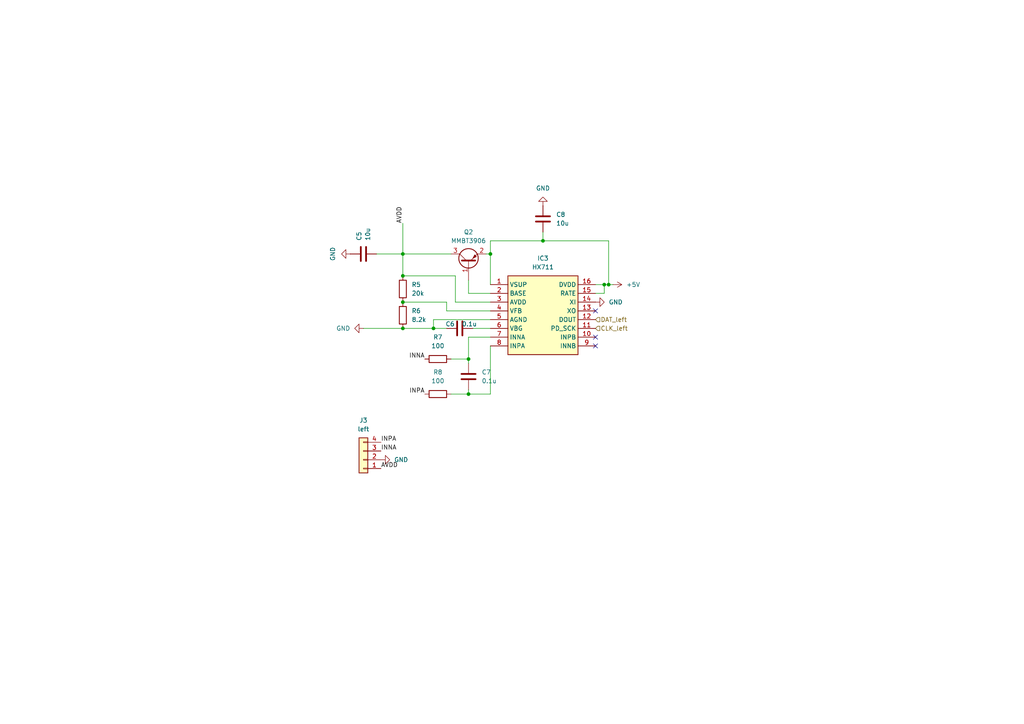
<source format=kicad_sch>
(kicad_sch (version 20231120) (generator "eeschema") (generator_version "8.0")
  (paper "A4")
  (lib_symbols
    (symbol "Connector_Generic:Conn_01x04" (pin_names (offset 1.016) hide)
      (property "Reference" "J" (at 0 5.08 0))
      (property "Value" "Conn_01x04" (at 0 -7.62 0))
      (symbol "Conn_01x04_1_1"
        (rectangle (start -1.27 -4.953) (end 0 -5.207) (stroke (width 0.1524)))
        (rectangle (start -1.27 -2.413) (end 0 -2.667) (stroke (width 0.1524)))
        (rectangle (start -1.27 0.127) (end 0 -0.127) (stroke (width 0.1524)))
        (rectangle (start -1.27 2.667) (end 0 2.413) (stroke (width 0.1524)))
        (rectangle (start -1.27 3.81) (end 1.27 -6.35) (stroke (width 0.254)) (fill (type background)))
        (pin passive line (at -5.08 2.54 0) (length 3.81) (name "Pin_1") (number "1"))
        (pin passive line (at -5.08 0 0) (length 3.81) (name "Pin_2") (number "2"))
        (pin passive line (at -5.08 -2.54 0) (length 3.81) (name "Pin_3") (number "3"))
        (pin passive line (at -5.08 -5.08 0) (length 3.81) (name "Pin_4") (number "4"))
      )
    )
    (symbol "Device:C" (pin_numbers hide) (pin_names (offset 0.254))
      (property "Reference" "C" (at 0.635 2.54 0))
      (property "Value" "C" (at 0.635 -2.54 0))
      (symbol "C_0_1"
        (polyline (pts (xy -2.032 -0.762) (xy 2.032 -0.762)) (stroke (width 0.508)))
        (polyline (pts (xy -2.032 0.762) (xy 2.032 0.762)) (stroke (width 0.508)))
      )
      (symbol "C_1_1"
        (pin passive line (at 0 3.81 270) (length 2.794) (name "~") (number "1"))
        (pin passive line (at 0 -3.81 90) (length 2.794) (name "~") (number "2"))
      )
    )
    (symbol "Device:R" (pin_numbers hide) (pin_names (offset 0))
      (property "Reference" "R" (at 2.032 0 90))
      (property "Value" "R" (at 0 0 90))
      (symbol "R_0_1"
        (rectangle (start -1.016 -2.54) (end 1.016 2.54) (stroke (width 0.254)))
      )
      (symbol "R_1_1"
        (pin passive line (at 0 3.81 270) (length 1.27) (name "~") (number "1"))
        (pin passive line (at 0 -3.81 90) (length 1.27) (name "~") (number "2"))
      )
    )
    (symbol "SamacSys_Parts:HX711"
      (property "Reference" "IC" (at 26.67 7.62 0))
      (property "Value" "HX711" (at 26.67 5.08 0))
      (symbol "HX711_1_1"
        (rectangle (start 5.08 2.54) (end 25.4 -20.32) (stroke (width 0.254)) (fill (type background)))
        (pin passive line (at 0 0 0) (length 5.08) (name "VSUP") (number "1"))
        (pin passive line (at 30.48 -15.24 180) (length 5.08) (name "INPB") (number "10"))
        (pin passive line (at 30.48 -12.7 180) (length 5.08) (name "PD_SCK") (number "11"))
        (pin passive line (at 30.48 -10.16 180) (length 5.08) (name "DOUT") (number "12"))
        (pin passive line (at 30.48 -7.62 180) (length 5.08) (name "XO") (number "13"))
        (pin passive line (at 30.48 -5.08 180) (length 5.08) (name "XI") (number "14"))
        (pin passive line (at 30.48 -2.54 180) (length 5.08) (name "RATE") (number "15"))
        (pin passive line (at 30.48 0 180) (length 5.08) (name "DVDD") (number "16"))
        (pin passive line (at 0 -2.54 0) (length 5.08) (name "BASE") (number "2"))
        (pin passive line (at 0 -5.08 0) (length 5.08) (name "AVDD") (number "3"))
        (pin passive line (at 0 -7.62 0) (length 5.08) (name "VFB") (number "4"))
        (pin passive line (at 0 -10.16 0) (length 5.08) (name "AGND") (number "5"))
        (pin passive line (at 0 -12.7 0) (length 5.08) (name "VBG") (number "6"))
        (pin passive line (at 0 -15.24 0) (length 5.08) (name "INNA") (number "7"))
        (pin passive line (at 0 -17.78 0) (length 5.08) (name "INPA") (number "8"))
        (pin passive line (at 30.48 -17.78 180) (length 5.08) (name "INNB") (number "9"))
      )
    )
    (symbol "Transistor_BJT:MMBT3906" (pin_names (offset 0) hide)
      (property "Reference" "Q" (at 5.08 1.905 0))
      (property "Value" "MMBT3906" (at 5.08 0 0))
      (symbol "MMBT3906_0_1"
        (polyline (pts (xy 0.635 0.635) (xy 2.54 2.54)))
        (polyline (pts (xy 0.635 -0.635) (xy 2.54 -2.54) (xy 2.54 -2.54)))
        (polyline (pts (xy 0.635 1.905) (xy 0.635 -1.905) (xy 0.635 -1.905)) (stroke (width 0.508)))
        (polyline (pts (xy 2.286 -1.778) (xy 1.778 -2.286) (xy 1.27 -1.27) (xy 2.286 -1.778) (xy 2.286 -1.778)) (fill (type outline)))
        (circle (center 1.27 0) (radius 2.8194) (stroke (width 0.254)))
      )
      (symbol "MMBT3906_1_1"
        (pin input line (at -5.08 0 0) (length 5.715) (name "B") (number "1"))
        (pin passive line (at 2.54 -5.08 90) (length 2.54) (name "E") (number "2"))
        (pin passive line (at 2.54 5.08 270) (length 2.54) (name "C") (number "3"))
      )
    )
    (symbol "power:+5V" (power) (pin_numbers hide) (pin_names (offset 0) hide)
      (property "Value" "+5V" (at 0 3.556 0))
      (symbol "+5V_0_1"
        (polyline (pts (xy -0.762 1.27) (xy 0 2.54)))
        (polyline (pts (xy 0 0) (xy 0 2.54)))
        (polyline (pts (xy 0 2.54) (xy 0.762 1.27)))
      )
      (symbol "+5V_1_1"
        (pin power_in line (at 0 0 90) (length 0) (name "~") (number "1"))
      )
    )
    (symbol "power:GND" (power) (pin_numbers hide) (pin_names (offset 0) hide)
      (property "Value" "GND" (at 0 -3.81 0))
      (symbol "GND_0_1"
        (polyline (pts (xy 0 0) (xy 0 -1.27) (xy 1.27 -1.27) (xy 0 -2.54) (xy -1.27 -1.27) (xy 0 -1.27)))
      )
      (symbol "GND_1_1"
        (pin power_in line (at 0 0 270) (length 0) (name "~") (number "1"))
      )
    )
  )
  (junction (at 125.73 95.25))
  (junction (at 135.89 104.14))
  (junction (at 116.84 73.66))
  (junction (at 116.84 80.01))
  (junction (at 176.53 82.55))
  (junction (at 175.26 82.55))
  (junction (at 116.84 87.63))
  (junction (at 116.84 95.25))
  (junction (at 157.48 69.85))
  (junction (at 142.24 73.66))
  (junction (at 135.89 114.3))
  (no_connect (at 172.72 97.79))
  (no_connect (at 172.72 100.33))
  (no_connect (at 172.72 90.17))
  (wire (pts (xy 175.26 82.55) (xy 172.72 82.55)))
  (wire (pts (xy 157.48 67.31) (xy 157.48 69.85)))
  (wire (pts (xy 175.26 85.09) (xy 175.26 82.55)))
  (wire (pts (xy 176.53 69.85) (xy 176.53 82.55)))
  (wire (pts (xy 135.89 114.3) (xy 130.81 114.3)))
  (wire (pts (xy 129.54 90.17) (xy 142.24 90.17)))
  (wire (pts (xy 109.22 73.66) (xy 116.84 73.66)))
  (wire (pts (xy 135.89 81.28) (xy 135.89 85.09)))
  (wire (pts (xy 125.73 95.25) (xy 129.54 95.25)))
  (wire (pts (xy 129.54 90.17) (xy 129.54 87.63)))
  (wire (pts (xy 130.81 104.14) (xy 135.89 104.14)))
  (wire (pts (xy 116.84 73.66) (xy 130.81 73.66)))
  (wire (pts (xy 135.89 105.41) (xy 135.89 104.14)))
  (wire (pts (xy 135.89 113.03) (xy 135.89 114.3)))
  (wire (pts (xy 116.84 80.01) (xy 116.84 73.66)))
  (wire (pts (xy 135.89 97.79) (xy 135.89 104.14)))
  (wire (pts (xy 142.24 114.3) (xy 135.89 114.3)))
  (wire (pts (xy 142.24 73.66) (xy 140.97 73.66)))
  (wire (pts (xy 129.54 87.63) (xy 116.84 87.63)))
  (wire (pts (xy 105.41 95.25) (xy 116.84 95.25)))
  (wire (pts (xy 142.24 69.85) (xy 142.24 73.66)))
  (wire (pts (xy 172.72 85.09) (xy 175.26 85.09)))
  (wire (pts (xy 142.24 97.79) (xy 135.89 97.79)))
  (wire (pts (xy 157.48 69.85) (xy 176.53 69.85)))
  (wire (pts (xy 142.24 92.71) (xy 125.73 92.71)))
  (wire (pts (xy 137.16 95.25) (xy 142.24 95.25)))
  (wire (pts (xy 125.73 92.71) (xy 125.73 95.25)))
  (wire (pts (xy 116.84 64.77) (xy 116.84 73.66)))
  (wire (pts (xy 116.84 80.01) (xy 132.08 80.01)))
  (wire (pts (xy 142.24 69.85) (xy 157.48 69.85)))
  (wire (pts (xy 142.24 100.33) (xy 142.24 114.3)))
  (wire (pts (xy 142.24 73.66) (xy 142.24 82.55)))
  (wire (pts (xy 177.8 82.55) (xy 176.53 82.55)))
  (wire (pts (xy 142.24 87.63) (xy 132.08 87.63)))
  (wire (pts (xy 176.53 82.55) (xy 175.26 82.55)))
  (wire (pts (xy 135.89 85.09) (xy 142.24 85.09)))
  (wire (pts (xy 116.84 95.25) (xy 125.73 95.25)))
  (wire (pts (xy 132.08 87.63) (xy 132.08 80.01)))
  (label "AVDD" (at 110.49 135.89 0))
  (label "INPA" (at 123.19 114.3 180))
  (label "INPA" (at 110.49 128.27 0))
  (label "INNA" (at 123.19 104.14 180))
  (label "INNA" (at 110.49 130.81 0))
  (label "AVDD" (at 116.84 64.77 90))
  (hierarchical_label "CLK_left" (shape input) (at 172.72 95.25 0))
  (hierarchical_label "DAT_left" (shape input) (at 172.72 92.71 0))
  (symbol (lib_id "Device:C") (at 157.48 63.5 0) (unit 1)
    (property "Reference" "C8" (at 161.29 62.2299 0) (effects (justify left)))
    (property "Value" "10u" (at 161.29 64.7699 0) (effects (justify left)))
    (property "Footprint" "Capacitor_SMD:C_0603_1608Metric" (effects (hide yes)))
    (property "Description" "Unpolarized capacitor" (effects (hide yes)))
  )
  (symbol (lib_id "power:+5V") (at 177.8 82.55 270) (unit 1)
    (property "Reference" "#PWR02" (effects (hide yes)))
    (property "Value" "+5V" (at 181.61 82.5499 90) (effects (justify left)))
    (property "Description" "Power symbol creates a global label with name \"+5V\"" (effects (hide yes)))
  )
  (symbol (lib_id "Device:R") (at 127 104.14 270) (unit 1)
    (property "Reference" "R7" (at 127 97.79 90))
    (property "Value" "100" (at 127 100.33 90))
    (property "Footprint" "Resistor_SMD:R_0603_1608Metric" (effects (hide yes)))
    (property "Description" "Resistor" (effects (hide yes)))
  )
  (symbol (lib_id "Device:C") (at 133.35 95.25 270) (unit 1)
    (property "Reference" "C6" (at 130.556 93.98 90))
    (property "Value" "0.1u" (at 136.144 93.98 90))
    (property "Footprint" "Capacitor_SMD:C_0603_1608Metric" (effects (hide yes)))
    (property "Description" "Unpolarized capacitor" (effects (hide yes)))
  )
  (symbol (lib_id "Device:C") (at 135.89 109.22 0) (unit 1)
    (property "Reference" "C7" (at 139.7 107.9499 0) (effects (justify left)))
    (property "Value" "0.1u" (at 139.7 110.4899 0) (effects (justify left)))
    (property "Footprint" "Capacitor_SMD:C_0603_1608Metric" (effects (hide yes)))
    (property "Description" "Unpolarized capacitor" (effects (hide yes)))
  )
  (symbol (lib_id "power:GND") (at 110.49 133.35 90) (unit 1)
    (property "Reference" "#PWR09" (effects (hide yes)))
    (property "Value" "GND" (at 114.3 133.3499 90) (effects (justify right)))
    (property "Description" "Power symbol creates a global label with name \"GND\" , ground" (effects (hide yes)))
  )
  (symbol (lib_id "Device:R") (at 116.84 83.82 0) (unit 1)
    (property "Reference" "R5" (at 119.38 82.5499 0) (effects (justify left)))
    (property "Value" "20k" (at 119.38 85.0899 0) (effects (justify left)))
    (property "Footprint" "Resistor_SMD:R_0603_1608Metric" (effects (hide yes)))
    (property "Description" "Resistor" (effects (hide yes)))
  )
  (symbol (lib_id "power:GND") (at 105.41 95.25 270) (unit 1)
    (property "Reference" "#PWR08" (effects (hide yes)))
    (property "Value" "GND" (at 101.6 95.2499 90) (effects (justify right)))
    (property "Description" "Power symbol creates a global label with name \"GND\" , ground" (effects (hide yes)))
  )
  (symbol (lib_id "SamacSys_Parts:HX711") (at 142.24 82.55 0) (unit 1)
    (property "Reference" "IC3" (at 157.48 74.93 0))
    (property "Value" "HX711" (at 157.48 77.47 0))
    (property "Footprint" "SamacSys_Parts:SOIC127P600X160-16N" (effects (hide yes)))
    (property "Datasheet" "https://cdn.sparkfun.com/datasheets/Sensors/ForceFlex/hx711_english.pdf" (effects (hide yes)))
    (property "Description" "24-Bit Analog-to-Digital Converter (ADC) for Weigh Scale" (effects (hide yes)))
    (property "Height" "1.6" (effects (hide yes)))
    (property "Manufacturer_Name" "AVIA" (effects (hide yes)))
    (property "Manufacturer_Part_Number" "HX711" (effects (hide yes)))
  )
  (symbol (lib_id "power:GND") (at 172.72 87.63 90) (unit 1)
    (property "Reference" "#PWR011" (effects (hide yes)))
    (property "Value" "GND" (at 176.53 87.6299 90) (effects (justify right)))
    (property "Description" "Power symbol creates a global label with name \"GND\" , ground" (effects (hide yes)))
  )
  (symbol (lib_id "Device:C") (at 105.41 73.66 90) (unit 1)
    (property "Reference" "C5" (at 104.1399 69.85 0) (effects (justify left)))
    (property "Value" "10u" (at 106.6799 69.85 0) (effects (justify left)))
    (property "Footprint" "Capacitor_SMD:C_0603_1608Metric" (effects (hide yes)))
    (property "Description" "Unpolarized capacitor" (effects (hide yes)))
  )
  (symbol (lib_id "Transistor_BJT:MMBT3906") (at 135.89 76.2 90) (unit 1)
    (property "Reference" "Q2" (at 135.89 67.31 90))
    (property "Value" "MMBT3906" (at 135.89 69.85 90))
    (property "Footprint" "Package_TO_SOT_SMD:SOT-23" (effects (hide yes)))
    (property "Datasheet" "https://www.onsemi.com/pdf/datasheet/pzt3906-d.pdf" (effects (hide yes)))
    (property "Description" "-0.2A Ic, -40V Vce, Small Signal PNP Transistor, SOT-23" (effects (hide yes)))
  )
  (symbol (lib_id "power:GND") (at 101.6 73.66 270) (unit 1)
    (property "Reference" "#PWR07" (effects (hide yes)))
    (property "Value" "GND" (at 96.52 73.66 0))
    (property "Description" "Power symbol creates a global label with name \"GND\" , ground" (effects (hide yes)))
  )
  (symbol (lib_id "Device:R") (at 127 114.3 270) (unit 1)
    (property "Reference" "R8" (at 127 107.95 90))
    (property "Value" "100" (at 127 110.49 90))
    (property "Footprint" "Resistor_SMD:R_0603_1608Metric" (effects (hide yes)))
    (property "Description" "Resistor" (effects (hide yes)))
  )
  (symbol (lib_id "power:GND") (at 157.48 59.69 180) (unit 1)
    (property "Reference" "#PWR010" (effects (hide yes)))
    (property "Value" "GND" (at 157.48 54.61 0))
    (property "Description" "Power symbol creates a global label with name \"GND\" , ground" (effects (hide yes)))
  )
  (symbol (lib_id "Connector_Generic:Conn_01x04") (at 105.41 133.35 180) (unit 1)
    (property "Reference" "J3" (at 105.41 121.92 0))
    (property "Value" "left" (at 105.41 124.46 0))
    (property "Footprint" "Connector_JST:JST_XH_B4B-XH-AM_1x04_P2.50mm_Vertical" (effects (hide yes)))
    (property "Description" "Generic connector, single row, 01x04, script generated (kicad-library-utils/schlib/autogen/connector/)" (effects (hide yes)))
  )
  (symbol (lib_id "Device:R") (at 116.84 91.44 0) (unit 1)
    (property "Reference" "R6" (at 119.38 90.1699 0) (effects (justify left)))
    (property "Value" "8.2k" (at 119.38 92.7099 0) (effects (justify left)))
    (property "Footprint" "Resistor_SMD:R_0603_1608Metric" (effects (hide yes)))
    (property "Description" "Resistor" (effects (hide yes)))
  )
)
</source>
